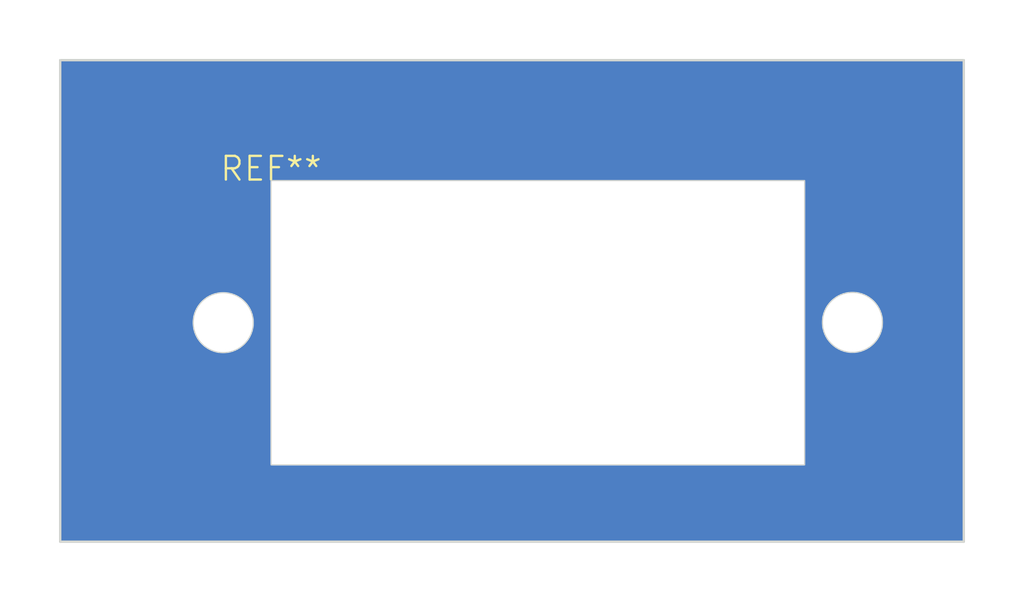
<source format=kicad_pcb>
(kicad_pcb (version 20221018) (generator pcbnew)
  (layers (0 "F.Cu" signal) (31 "B.Cu" signal) (34 "B.Paste" user) (35 "F.Paste" user) (36 "B.SilkS" user "B.Silkscreen") (37 "F.SilkS" user "F.Silkscreen") (38 "B.Mask" user) (39 "F.Mask" user) (44 "Edge.Cuts" user))
  (net 0 "")
  (footprint "AudioJacks:servo_fixed_mount" (layer "F.Cu") (at 11.43 7.62)
    (fp_text reference "REF**" (at 0 -0.5 unlocked) (layer "F.SilkS") (effects (font (thickness 0.1))))
    (fp_text value "servo_fixed_mount")
    (fp_rect (start 0 0) (end 22.5 12) (stroke (width 0.05)) (fill none) (layer "Edge.Cuts"))
    (fp_circle (center -2.016459 5.997692) (end -2.899993 6.903499) (stroke (width 0.05)) (fill none) (layer "Edge.Cuts"))
    (fp_circle (center 24.516466 5.985807) (end 25.4 5.08) (stroke (width 0.05)) (fill none) (layer "Edge.Cuts"))
  )
  (gr_line (start 40.64 2.54) (end 40.64 22.86) (stroke (width 0.1)) (layer "Edge.Cuts"))
  (gr_line (start 2.54 2.54) (end 40.64 2.54) (stroke (width 0.1)) (layer "Edge.Cuts"))
  (gr_line (start 2.54 22.86) (end 2.54 2.54) (stroke (width 0.1)) (layer "Edge.Cuts"))
  (gr_line (start 40.64 22.86) (end 2.54 22.86) (stroke (width 0.1)) (layer "Edge.Cuts"))
  (zone (net 0) (net_name "") (layer "B.Cu") (connect_pads (clearance 0.5)) (min_thickness 0.25) (fill yes (thermal_gap 0.5) (thermal_bridge_width 0.5) (island_removal_mode 1) (island_area_min 10))
    (polygon (pts (xy 0 0) (xy 43.18 0) (xy 43.18 25.4) (xy 0 25.4)))
  )
)
</source>
